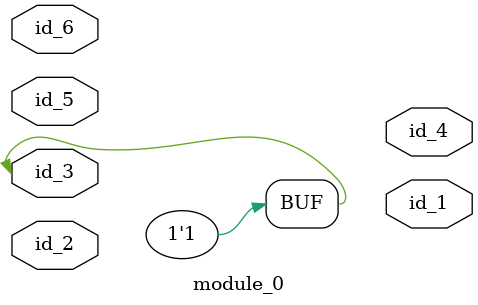
<source format=v>
`timescale 1ps / 1ps
module module_0 (
    id_1,
    id_2,
    id_3,
    id_4,
    id_5,
    id_6
);
  input id_6;
  input id_5;
  output id_4;
  inout id_3;
  input id_2;
  output id_1;
  assign id_3 = 1;
endmodule

</source>
